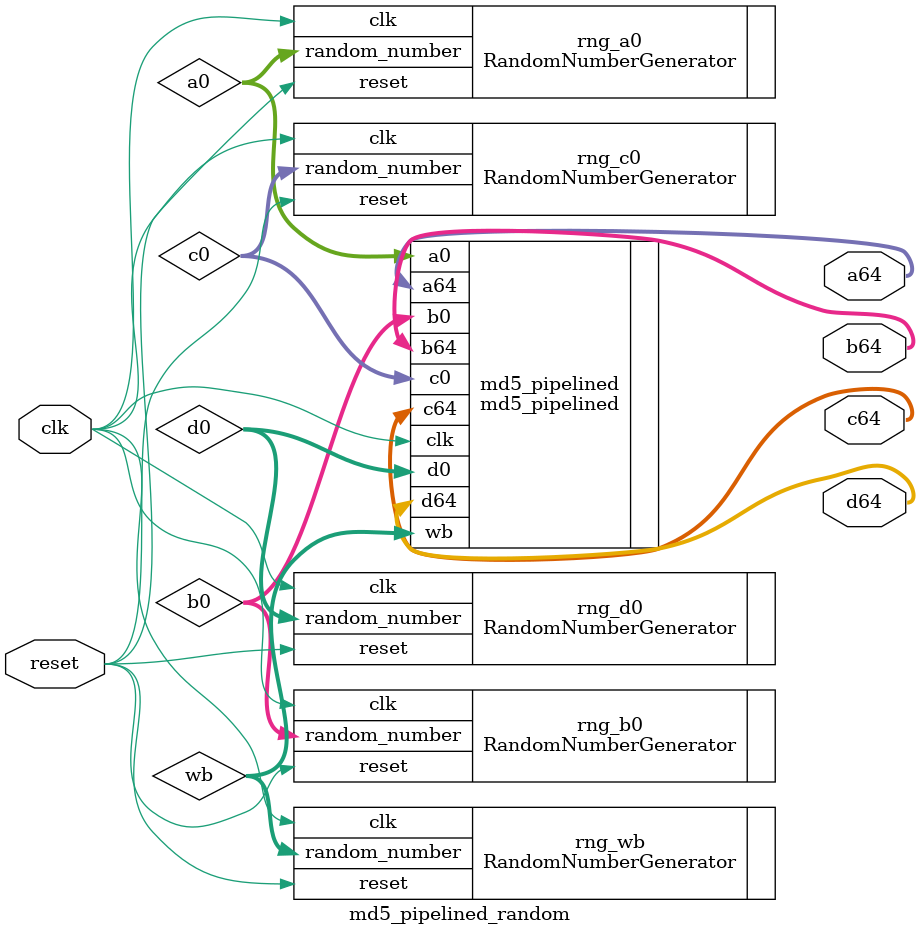
<source format=sv>
/*
* md5_pipelined top level module that incorporates the random number generator
* to allow bitstream generation without Vivado interferance
*/
`include "../../random_number_generator.sv"
`include "md5_pipelined.v"

module md5_pipelined_random(
    input logic clk,
    input logic reset,
    output reg [31:0] a64, 
    output reg [31:0] b64, 
    output reg [31:0] c64, 
    output reg [31:0] d64
    );

wire [511:0] wb; 
wire [31:0] a0;
wire [31:0] b0; 
wire [31:0] c0; 
wire [31:0] d0; 

RandomNumberGenerator #(512, 3) rng_wb (
  .clk(clk),
  .reset(reset),
  .random_number(wb[511:0])
);

RandomNumberGenerator #(32, 5) rng_a0 (
  .clk(clk),
  .reset(reset),
  .random_number(a0[31:0])
);

RandomNumberGenerator #(32, 7) rng_b0 (
  .clk(clk),
  .reset(reset),
  .random_number(b0[31:0])
);

RandomNumberGenerator #(32, 9) rng_c0 (
  .clk(clk),
  .reset(reset),
  .random_number(c0[31:0])
);

RandomNumberGenerator #(32, 11) rng_d0 (
  .clk(clk),
  .reset(reset),
  .random_number(d0[31:0])
);

md5_pipelined md5_pipelined (
    .clk(clk),
    .wb(wb[511:0]), 
    .a0(a0[31:0]),
    .b0(b0[31:0]), 
    .c0(c0[31:0]), 
    .d0(d0[31:0]), 
    .a64(a64[31:0]), 
    .b64(b64[31:0]), 
    .c64(c64[31:0]), 
    .d64(d64[31:0])
);

endmodule
</source>
